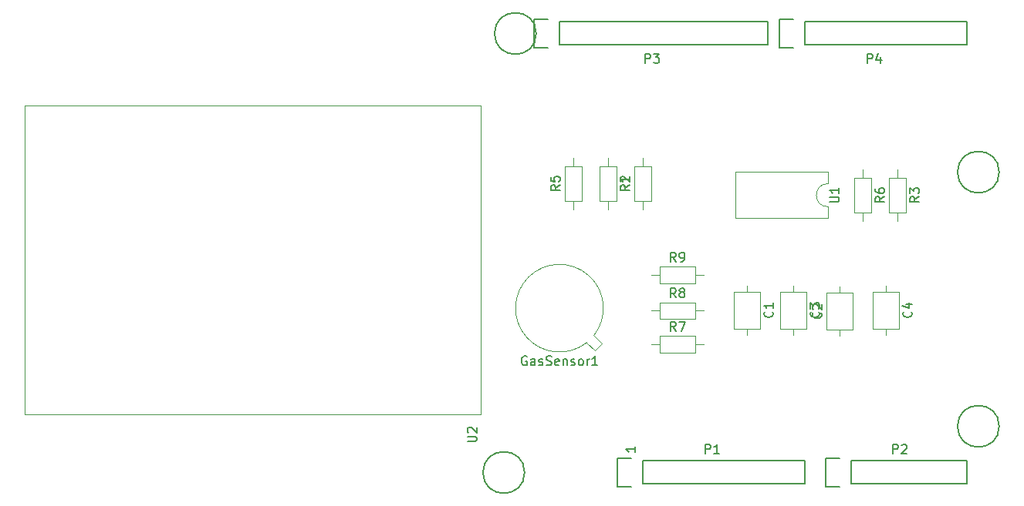
<source format=gbr>
%TF.GenerationSoftware,KiCad,Pcbnew,(5.0.2)-1*%
%TF.CreationDate,2021-01-25T23:17:42+01:00*%
%TF.ProjectId,GasSensor,47617353-656e-4736-9f72-2e6b69636164,rev?*%
%TF.SameCoordinates,Original*%
%TF.FileFunction,Legend,Top*%
%TF.FilePolarity,Positive*%
%FSLAX46Y46*%
G04 Gerber Fmt 4.6, Leading zero omitted, Abs format (unit mm)*
G04 Created by KiCad (PCBNEW (5.0.2)-1) date 25/01/2021 23:17:42*
%MOMM*%
%LPD*%
G01*
G04 APERTURE LIST*
%ADD10C,0.150000*%
%ADD11C,0.120000*%
G04 APERTURE END LIST*
D10*
X139390380Y-120999285D02*
X139390380Y-121570714D01*
X139390380Y-121285000D02*
X138390380Y-121285000D01*
X138533238Y-121380238D01*
X138628476Y-121475476D01*
X138676095Y-121570714D01*
D11*
%TO.C,R9*%
X142098000Y-101188000D02*
X142098000Y-103028000D01*
X142098000Y-103028000D02*
X145938000Y-103028000D01*
X145938000Y-103028000D02*
X145938000Y-101188000D01*
X145938000Y-101188000D02*
X142098000Y-101188000D01*
X141148000Y-102108000D02*
X142098000Y-102108000D01*
X146888000Y-102108000D02*
X145938000Y-102108000D01*
%TO.C,R8*%
X142098000Y-105125000D02*
X142098000Y-106965000D01*
X142098000Y-106965000D02*
X145938000Y-106965000D01*
X145938000Y-106965000D02*
X145938000Y-105125000D01*
X145938000Y-105125000D02*
X142098000Y-105125000D01*
X141148000Y-106045000D02*
X142098000Y-106045000D01*
X146888000Y-106045000D02*
X145938000Y-106045000D01*
%TO.C,R7*%
X142098000Y-108808000D02*
X142098000Y-110648000D01*
X142098000Y-110648000D02*
X145938000Y-110648000D01*
X145938000Y-110648000D02*
X145938000Y-108808000D01*
X145938000Y-108808000D02*
X142098000Y-108808000D01*
X141148000Y-109728000D02*
X142098000Y-109728000D01*
X146888000Y-109728000D02*
X145938000Y-109728000D01*
%TO.C,C1*%
X151638000Y-108695000D02*
X151638000Y-108005000D01*
X151638000Y-103275000D02*
X151638000Y-103965000D01*
X153058000Y-108005000D02*
X153058000Y-103965000D01*
X150218000Y-108005000D02*
X153058000Y-108005000D01*
X150218000Y-103965000D02*
X150218000Y-108005000D01*
X153058000Y-103965000D02*
X150218000Y-103965000D01*
%TO.C,C3*%
X158138000Y-103965000D02*
X155298000Y-103965000D01*
X155298000Y-103965000D02*
X155298000Y-108005000D01*
X155298000Y-108005000D02*
X158138000Y-108005000D01*
X158138000Y-108005000D02*
X158138000Y-103965000D01*
X156718000Y-103275000D02*
X156718000Y-103965000D01*
X156718000Y-108695000D02*
X156718000Y-108005000D01*
%TO.C,C4*%
X168298000Y-103965000D02*
X165458000Y-103965000D01*
X165458000Y-103965000D02*
X165458000Y-108005000D01*
X165458000Y-108005000D02*
X168298000Y-108005000D01*
X168298000Y-108005000D02*
X168298000Y-103965000D01*
X166878000Y-103275000D02*
X166878000Y-103965000D01*
X166878000Y-108695000D02*
X166878000Y-108005000D01*
%TO.C,C2*%
X160378000Y-108125000D02*
X163218000Y-108125000D01*
X163218000Y-108125000D02*
X163218000Y-104085000D01*
X163218000Y-104085000D02*
X160378000Y-104085000D01*
X160378000Y-104085000D02*
X160378000Y-108125000D01*
X161798000Y-108815000D02*
X161798000Y-108125000D01*
X161798000Y-103395000D02*
X161798000Y-104085000D01*
%TO.C,U2*%
X122428000Y-117475000D02*
X72428000Y-117475000D01*
X72428000Y-117475000D02*
X72428000Y-83475000D01*
X72428000Y-83475000D02*
X122428000Y-83475000D01*
X122428000Y-83475000D02*
X122428000Y-117475000D01*
%TO.C,U1*%
X160528000Y-90805000D02*
X160528000Y-92075000D01*
X160528000Y-90805000D02*
X151638000Y-90805000D01*
X151638000Y-90805000D02*
X150368000Y-90805000D01*
X150368000Y-90805000D02*
X150368000Y-95885000D01*
X150368000Y-95885000D02*
X160528000Y-95885000D01*
X160528000Y-95885000D02*
X160528000Y-94615000D01*
X160528000Y-94615000D02*
G75*
G02X160528000Y-92075000I0J1270000D01*
G01*
%TO.C,R6*%
X164338000Y-96215000D02*
X164338000Y-95265000D01*
X164338000Y-90475000D02*
X164338000Y-91425000D01*
X165258000Y-95265000D02*
X165258000Y-91425000D01*
X163418000Y-95265000D02*
X165258000Y-95265000D01*
X163418000Y-91425000D02*
X163418000Y-95265000D01*
X165258000Y-91425000D02*
X163418000Y-91425000D01*
%TO.C,R5*%
X132588000Y-89205000D02*
X132588000Y-90155000D01*
X132588000Y-94945000D02*
X132588000Y-93995000D01*
X131668000Y-90155000D02*
X131668000Y-93995000D01*
X133508000Y-90155000D02*
X131668000Y-90155000D01*
X133508000Y-93995000D02*
X133508000Y-90155000D01*
X131668000Y-93995000D02*
X133508000Y-93995000D01*
%TO.C,R3*%
X168148000Y-96215000D02*
X168148000Y-95265000D01*
X168148000Y-90475000D02*
X168148000Y-91425000D01*
X169068000Y-95265000D02*
X169068000Y-91425000D01*
X167228000Y-95265000D02*
X169068000Y-95265000D01*
X167228000Y-91425000D02*
X167228000Y-95265000D01*
X169068000Y-91425000D02*
X167228000Y-91425000D01*
%TO.C,R2*%
X140208000Y-89205000D02*
X140208000Y-90155000D01*
X140208000Y-94945000D02*
X140208000Y-93995000D01*
X139288000Y-90155000D02*
X139288000Y-93995000D01*
X141128000Y-90155000D02*
X139288000Y-90155000D01*
X141128000Y-93995000D02*
X141128000Y-90155000D01*
X139288000Y-93995000D02*
X141128000Y-93995000D01*
%TO.C,R1*%
X136398000Y-94945000D02*
X136398000Y-93995000D01*
X136398000Y-89205000D02*
X136398000Y-90155000D01*
X137318000Y-93995000D02*
X137318000Y-90155000D01*
X135478000Y-93995000D02*
X137318000Y-93995000D01*
X135478000Y-90155000D02*
X135478000Y-93995000D01*
X137318000Y-90155000D02*
X135478000Y-90155000D01*
%TO.C,GasSensor1*%
X135743856Y-109653039D02*
X134852902Y-108762084D01*
X134966039Y-110430856D02*
X135743856Y-109653039D01*
X134075084Y-109539902D02*
X134966039Y-110430856D01*
X134852674Y-108762371D02*
G75*
G03X134075084Y-109539902I-3774674J2997371D01*
G01*
D10*
%TO.C,P1*%
X140208000Y-125095000D02*
X157988000Y-125095000D01*
X157988000Y-125095000D02*
X157988000Y-122555000D01*
X157988000Y-122555000D02*
X140208000Y-122555000D01*
X137388000Y-125375000D02*
X138938000Y-125375000D01*
X140208000Y-125095000D02*
X140208000Y-122555000D01*
X138938000Y-122275000D02*
X137388000Y-122275000D01*
X137388000Y-122275000D02*
X137388000Y-125375000D01*
%TO.C,P2*%
X163068000Y-125095000D02*
X175768000Y-125095000D01*
X175768000Y-125095000D02*
X175768000Y-122555000D01*
X175768000Y-122555000D02*
X163068000Y-122555000D01*
X160248000Y-125375000D02*
X161798000Y-125375000D01*
X163068000Y-125095000D02*
X163068000Y-122555000D01*
X161798000Y-122275000D02*
X160248000Y-122275000D01*
X160248000Y-122275000D02*
X160248000Y-125375000D01*
%TO.C,P3*%
X131064000Y-76835000D02*
X153924000Y-76835000D01*
X153924000Y-76835000D02*
X153924000Y-74295000D01*
X153924000Y-74295000D02*
X131064000Y-74295000D01*
X128244000Y-77115000D02*
X129794000Y-77115000D01*
X131064000Y-76835000D02*
X131064000Y-74295000D01*
X129794000Y-74015000D02*
X128244000Y-74015000D01*
X128244000Y-74015000D02*
X128244000Y-77115000D01*
%TO.C,P4*%
X157988000Y-76835000D02*
X175768000Y-76835000D01*
X175768000Y-76835000D02*
X175768000Y-74295000D01*
X175768000Y-74295000D02*
X157988000Y-74295000D01*
X155168000Y-77115000D02*
X156718000Y-77115000D01*
X157988000Y-76835000D02*
X157988000Y-74295000D01*
X156718000Y-74015000D02*
X155168000Y-74015000D01*
X155168000Y-74015000D02*
X155168000Y-77115000D01*
%TO.C,P5*%
X127254000Y-123825000D02*
G75*
G03X127254000Y-123825000I-2286000J0D01*
G01*
%TO.C,P6*%
X179324000Y-118745000D02*
G75*
G03X179324000Y-118745000I-2286000J0D01*
G01*
%TO.C,P7*%
X128524000Y-75565000D02*
G75*
G03X128524000Y-75565000I-2286000J0D01*
G01*
%TO.C,P8*%
X179324000Y-90805000D02*
G75*
G03X179324000Y-90805000I-2286000J0D01*
G01*
%TO.C,R9*%
X143851333Y-100640380D02*
X143518000Y-100164190D01*
X143279904Y-100640380D02*
X143279904Y-99640380D01*
X143660857Y-99640380D01*
X143756095Y-99688000D01*
X143803714Y-99735619D01*
X143851333Y-99830857D01*
X143851333Y-99973714D01*
X143803714Y-100068952D01*
X143756095Y-100116571D01*
X143660857Y-100164190D01*
X143279904Y-100164190D01*
X144327523Y-100640380D02*
X144518000Y-100640380D01*
X144613238Y-100592761D01*
X144660857Y-100545142D01*
X144756095Y-100402285D01*
X144803714Y-100211809D01*
X144803714Y-99830857D01*
X144756095Y-99735619D01*
X144708476Y-99688000D01*
X144613238Y-99640380D01*
X144422761Y-99640380D01*
X144327523Y-99688000D01*
X144279904Y-99735619D01*
X144232285Y-99830857D01*
X144232285Y-100068952D01*
X144279904Y-100164190D01*
X144327523Y-100211809D01*
X144422761Y-100259428D01*
X144613238Y-100259428D01*
X144708476Y-100211809D01*
X144756095Y-100164190D01*
X144803714Y-100068952D01*
%TO.C,R8*%
X143851333Y-104577380D02*
X143518000Y-104101190D01*
X143279904Y-104577380D02*
X143279904Y-103577380D01*
X143660857Y-103577380D01*
X143756095Y-103625000D01*
X143803714Y-103672619D01*
X143851333Y-103767857D01*
X143851333Y-103910714D01*
X143803714Y-104005952D01*
X143756095Y-104053571D01*
X143660857Y-104101190D01*
X143279904Y-104101190D01*
X144422761Y-104005952D02*
X144327523Y-103958333D01*
X144279904Y-103910714D01*
X144232285Y-103815476D01*
X144232285Y-103767857D01*
X144279904Y-103672619D01*
X144327523Y-103625000D01*
X144422761Y-103577380D01*
X144613238Y-103577380D01*
X144708476Y-103625000D01*
X144756095Y-103672619D01*
X144803714Y-103767857D01*
X144803714Y-103815476D01*
X144756095Y-103910714D01*
X144708476Y-103958333D01*
X144613238Y-104005952D01*
X144422761Y-104005952D01*
X144327523Y-104053571D01*
X144279904Y-104101190D01*
X144232285Y-104196428D01*
X144232285Y-104386904D01*
X144279904Y-104482142D01*
X144327523Y-104529761D01*
X144422761Y-104577380D01*
X144613238Y-104577380D01*
X144708476Y-104529761D01*
X144756095Y-104482142D01*
X144803714Y-104386904D01*
X144803714Y-104196428D01*
X144756095Y-104101190D01*
X144708476Y-104053571D01*
X144613238Y-104005952D01*
%TO.C,R7*%
X143851333Y-108260380D02*
X143518000Y-107784190D01*
X143279904Y-108260380D02*
X143279904Y-107260380D01*
X143660857Y-107260380D01*
X143756095Y-107308000D01*
X143803714Y-107355619D01*
X143851333Y-107450857D01*
X143851333Y-107593714D01*
X143803714Y-107688952D01*
X143756095Y-107736571D01*
X143660857Y-107784190D01*
X143279904Y-107784190D01*
X144184666Y-107260380D02*
X144851333Y-107260380D01*
X144422761Y-108260380D01*
%TO.C,C1*%
X154415142Y-106151666D02*
X154462761Y-106199285D01*
X154510380Y-106342142D01*
X154510380Y-106437380D01*
X154462761Y-106580238D01*
X154367523Y-106675476D01*
X154272285Y-106723095D01*
X154081809Y-106770714D01*
X153938952Y-106770714D01*
X153748476Y-106723095D01*
X153653238Y-106675476D01*
X153558000Y-106580238D01*
X153510380Y-106437380D01*
X153510380Y-106342142D01*
X153558000Y-106199285D01*
X153605619Y-106151666D01*
X154510380Y-105199285D02*
X154510380Y-105770714D01*
X154510380Y-105485000D02*
X153510380Y-105485000D01*
X153653238Y-105580238D01*
X153748476Y-105675476D01*
X153796095Y-105770714D01*
%TO.C,C3*%
X159495142Y-106151666D02*
X159542761Y-106199285D01*
X159590380Y-106342142D01*
X159590380Y-106437380D01*
X159542761Y-106580238D01*
X159447523Y-106675476D01*
X159352285Y-106723095D01*
X159161809Y-106770714D01*
X159018952Y-106770714D01*
X158828476Y-106723095D01*
X158733238Y-106675476D01*
X158638000Y-106580238D01*
X158590380Y-106437380D01*
X158590380Y-106342142D01*
X158638000Y-106199285D01*
X158685619Y-106151666D01*
X158590380Y-105818333D02*
X158590380Y-105199285D01*
X158971333Y-105532619D01*
X158971333Y-105389761D01*
X159018952Y-105294523D01*
X159066571Y-105246904D01*
X159161809Y-105199285D01*
X159399904Y-105199285D01*
X159495142Y-105246904D01*
X159542761Y-105294523D01*
X159590380Y-105389761D01*
X159590380Y-105675476D01*
X159542761Y-105770714D01*
X159495142Y-105818333D01*
%TO.C,C4*%
X169655142Y-106151666D02*
X169702761Y-106199285D01*
X169750380Y-106342142D01*
X169750380Y-106437380D01*
X169702761Y-106580238D01*
X169607523Y-106675476D01*
X169512285Y-106723095D01*
X169321809Y-106770714D01*
X169178952Y-106770714D01*
X168988476Y-106723095D01*
X168893238Y-106675476D01*
X168798000Y-106580238D01*
X168750380Y-106437380D01*
X168750380Y-106342142D01*
X168798000Y-106199285D01*
X168845619Y-106151666D01*
X169083714Y-105294523D02*
X169750380Y-105294523D01*
X168702761Y-105532619D02*
X169417047Y-105770714D01*
X169417047Y-105151666D01*
%TO.C,C2*%
X159735142Y-106271666D02*
X159782761Y-106319285D01*
X159830380Y-106462142D01*
X159830380Y-106557380D01*
X159782761Y-106700238D01*
X159687523Y-106795476D01*
X159592285Y-106843095D01*
X159401809Y-106890714D01*
X159258952Y-106890714D01*
X159068476Y-106843095D01*
X158973238Y-106795476D01*
X158878000Y-106700238D01*
X158830380Y-106557380D01*
X158830380Y-106462142D01*
X158878000Y-106319285D01*
X158925619Y-106271666D01*
X158925619Y-105890714D02*
X158878000Y-105843095D01*
X158830380Y-105747857D01*
X158830380Y-105509761D01*
X158878000Y-105414523D01*
X158925619Y-105366904D01*
X159020857Y-105319285D01*
X159116095Y-105319285D01*
X159258952Y-105366904D01*
X159830380Y-105938333D01*
X159830380Y-105319285D01*
%TO.C,U2*%
X120980380Y-120436904D02*
X121789904Y-120436904D01*
X121885142Y-120389285D01*
X121932761Y-120341666D01*
X121980380Y-120246428D01*
X121980380Y-120055952D01*
X121932761Y-119960714D01*
X121885142Y-119913095D01*
X121789904Y-119865476D01*
X120980380Y-119865476D01*
X121075619Y-119436904D02*
X121028000Y-119389285D01*
X120980380Y-119294047D01*
X120980380Y-119055952D01*
X121028000Y-118960714D01*
X121075619Y-118913095D01*
X121170857Y-118865476D01*
X121266095Y-118865476D01*
X121408952Y-118913095D01*
X121980380Y-119484523D01*
X121980380Y-118865476D01*
%TO.C,U1*%
X160750380Y-94106904D02*
X161559904Y-94106904D01*
X161655142Y-94059285D01*
X161702761Y-94011666D01*
X161750380Y-93916428D01*
X161750380Y-93725952D01*
X161702761Y-93630714D01*
X161655142Y-93583095D01*
X161559904Y-93535476D01*
X160750380Y-93535476D01*
X161750380Y-92535476D02*
X161750380Y-93106904D01*
X161750380Y-92821190D02*
X160750380Y-92821190D01*
X160893238Y-92916428D01*
X160988476Y-93011666D01*
X161036095Y-93106904D01*
%TO.C,R6*%
X166710380Y-93511666D02*
X166234190Y-93845000D01*
X166710380Y-94083095D02*
X165710380Y-94083095D01*
X165710380Y-93702142D01*
X165758000Y-93606904D01*
X165805619Y-93559285D01*
X165900857Y-93511666D01*
X166043714Y-93511666D01*
X166138952Y-93559285D01*
X166186571Y-93606904D01*
X166234190Y-93702142D01*
X166234190Y-94083095D01*
X165710380Y-92654523D02*
X165710380Y-92845000D01*
X165758000Y-92940238D01*
X165805619Y-92987857D01*
X165948476Y-93083095D01*
X166138952Y-93130714D01*
X166519904Y-93130714D01*
X166615142Y-93083095D01*
X166662761Y-93035476D01*
X166710380Y-92940238D01*
X166710380Y-92749761D01*
X166662761Y-92654523D01*
X166615142Y-92606904D01*
X166519904Y-92559285D01*
X166281809Y-92559285D01*
X166186571Y-92606904D01*
X166138952Y-92654523D01*
X166091333Y-92749761D01*
X166091333Y-92940238D01*
X166138952Y-93035476D01*
X166186571Y-93083095D01*
X166281809Y-93130714D01*
%TO.C,R5*%
X131120380Y-92241666D02*
X130644190Y-92575000D01*
X131120380Y-92813095D02*
X130120380Y-92813095D01*
X130120380Y-92432142D01*
X130168000Y-92336904D01*
X130215619Y-92289285D01*
X130310857Y-92241666D01*
X130453714Y-92241666D01*
X130548952Y-92289285D01*
X130596571Y-92336904D01*
X130644190Y-92432142D01*
X130644190Y-92813095D01*
X130120380Y-91336904D02*
X130120380Y-91813095D01*
X130596571Y-91860714D01*
X130548952Y-91813095D01*
X130501333Y-91717857D01*
X130501333Y-91479761D01*
X130548952Y-91384523D01*
X130596571Y-91336904D01*
X130691809Y-91289285D01*
X130929904Y-91289285D01*
X131025142Y-91336904D01*
X131072761Y-91384523D01*
X131120380Y-91479761D01*
X131120380Y-91717857D01*
X131072761Y-91813095D01*
X131025142Y-91860714D01*
%TO.C,R3*%
X170520380Y-93511666D02*
X170044190Y-93845000D01*
X170520380Y-94083095D02*
X169520380Y-94083095D01*
X169520380Y-93702142D01*
X169568000Y-93606904D01*
X169615619Y-93559285D01*
X169710857Y-93511666D01*
X169853714Y-93511666D01*
X169948952Y-93559285D01*
X169996571Y-93606904D01*
X170044190Y-93702142D01*
X170044190Y-94083095D01*
X169520380Y-93178333D02*
X169520380Y-92559285D01*
X169901333Y-92892619D01*
X169901333Y-92749761D01*
X169948952Y-92654523D01*
X169996571Y-92606904D01*
X170091809Y-92559285D01*
X170329904Y-92559285D01*
X170425142Y-92606904D01*
X170472761Y-92654523D01*
X170520380Y-92749761D01*
X170520380Y-93035476D01*
X170472761Y-93130714D01*
X170425142Y-93178333D01*
%TO.C,R2*%
X138740380Y-92241666D02*
X138264190Y-92575000D01*
X138740380Y-92813095D02*
X137740380Y-92813095D01*
X137740380Y-92432142D01*
X137788000Y-92336904D01*
X137835619Y-92289285D01*
X137930857Y-92241666D01*
X138073714Y-92241666D01*
X138168952Y-92289285D01*
X138216571Y-92336904D01*
X138264190Y-92432142D01*
X138264190Y-92813095D01*
X137835619Y-91860714D02*
X137788000Y-91813095D01*
X137740380Y-91717857D01*
X137740380Y-91479761D01*
X137788000Y-91384523D01*
X137835619Y-91336904D01*
X137930857Y-91289285D01*
X138026095Y-91289285D01*
X138168952Y-91336904D01*
X138740380Y-91908333D01*
X138740380Y-91289285D01*
%TO.C,R1*%
X138770380Y-92241666D02*
X138294190Y-92575000D01*
X138770380Y-92813095D02*
X137770380Y-92813095D01*
X137770380Y-92432142D01*
X137818000Y-92336904D01*
X137865619Y-92289285D01*
X137960857Y-92241666D01*
X138103714Y-92241666D01*
X138198952Y-92289285D01*
X138246571Y-92336904D01*
X138294190Y-92432142D01*
X138294190Y-92813095D01*
X138770380Y-91289285D02*
X138770380Y-91860714D01*
X138770380Y-91575000D02*
X137770380Y-91575000D01*
X137913238Y-91670238D01*
X138008476Y-91765476D01*
X138056095Y-91860714D01*
%TO.C,GasSensor1*%
X127482761Y-111085000D02*
X127387523Y-111037380D01*
X127244666Y-111037380D01*
X127101809Y-111085000D01*
X127006571Y-111180238D01*
X126958952Y-111275476D01*
X126911333Y-111465952D01*
X126911333Y-111608809D01*
X126958952Y-111799285D01*
X127006571Y-111894523D01*
X127101809Y-111989761D01*
X127244666Y-112037380D01*
X127339904Y-112037380D01*
X127482761Y-111989761D01*
X127530380Y-111942142D01*
X127530380Y-111608809D01*
X127339904Y-111608809D01*
X128387523Y-112037380D02*
X128387523Y-111513571D01*
X128339904Y-111418333D01*
X128244666Y-111370714D01*
X128054190Y-111370714D01*
X127958952Y-111418333D01*
X128387523Y-111989761D02*
X128292285Y-112037380D01*
X128054190Y-112037380D01*
X127958952Y-111989761D01*
X127911333Y-111894523D01*
X127911333Y-111799285D01*
X127958952Y-111704047D01*
X128054190Y-111656428D01*
X128292285Y-111656428D01*
X128387523Y-111608809D01*
X128816095Y-111989761D02*
X128911333Y-112037380D01*
X129101809Y-112037380D01*
X129197047Y-111989761D01*
X129244666Y-111894523D01*
X129244666Y-111846904D01*
X129197047Y-111751666D01*
X129101809Y-111704047D01*
X128958952Y-111704047D01*
X128863714Y-111656428D01*
X128816095Y-111561190D01*
X128816095Y-111513571D01*
X128863714Y-111418333D01*
X128958952Y-111370714D01*
X129101809Y-111370714D01*
X129197047Y-111418333D01*
X129625619Y-111989761D02*
X129768476Y-112037380D01*
X130006571Y-112037380D01*
X130101809Y-111989761D01*
X130149428Y-111942142D01*
X130197047Y-111846904D01*
X130197047Y-111751666D01*
X130149428Y-111656428D01*
X130101809Y-111608809D01*
X130006571Y-111561190D01*
X129816095Y-111513571D01*
X129720857Y-111465952D01*
X129673238Y-111418333D01*
X129625619Y-111323095D01*
X129625619Y-111227857D01*
X129673238Y-111132619D01*
X129720857Y-111085000D01*
X129816095Y-111037380D01*
X130054190Y-111037380D01*
X130197047Y-111085000D01*
X131006571Y-111989761D02*
X130911333Y-112037380D01*
X130720857Y-112037380D01*
X130625619Y-111989761D01*
X130578000Y-111894523D01*
X130578000Y-111513571D01*
X130625619Y-111418333D01*
X130720857Y-111370714D01*
X130911333Y-111370714D01*
X131006571Y-111418333D01*
X131054190Y-111513571D01*
X131054190Y-111608809D01*
X130578000Y-111704047D01*
X131482761Y-111370714D02*
X131482761Y-112037380D01*
X131482761Y-111465952D02*
X131530380Y-111418333D01*
X131625619Y-111370714D01*
X131768476Y-111370714D01*
X131863714Y-111418333D01*
X131911333Y-111513571D01*
X131911333Y-112037380D01*
X132339904Y-111989761D02*
X132435142Y-112037380D01*
X132625619Y-112037380D01*
X132720857Y-111989761D01*
X132768476Y-111894523D01*
X132768476Y-111846904D01*
X132720857Y-111751666D01*
X132625619Y-111704047D01*
X132482761Y-111704047D01*
X132387523Y-111656428D01*
X132339904Y-111561190D01*
X132339904Y-111513571D01*
X132387523Y-111418333D01*
X132482761Y-111370714D01*
X132625619Y-111370714D01*
X132720857Y-111418333D01*
X133339904Y-112037380D02*
X133244666Y-111989761D01*
X133197047Y-111942142D01*
X133149428Y-111846904D01*
X133149428Y-111561190D01*
X133197047Y-111465952D01*
X133244666Y-111418333D01*
X133339904Y-111370714D01*
X133482761Y-111370714D01*
X133578000Y-111418333D01*
X133625619Y-111465952D01*
X133673238Y-111561190D01*
X133673238Y-111846904D01*
X133625619Y-111942142D01*
X133578000Y-111989761D01*
X133482761Y-112037380D01*
X133339904Y-112037380D01*
X134101809Y-112037380D02*
X134101809Y-111370714D01*
X134101809Y-111561190D02*
X134149428Y-111465952D01*
X134197047Y-111418333D01*
X134292285Y-111370714D01*
X134387523Y-111370714D01*
X135244666Y-112037380D02*
X134673238Y-112037380D01*
X134958952Y-112037380D02*
X134958952Y-111037380D01*
X134863714Y-111180238D01*
X134768476Y-111275476D01*
X134673238Y-111323095D01*
%TO.C,P1*%
X147089904Y-121737380D02*
X147089904Y-120737380D01*
X147470857Y-120737380D01*
X147566095Y-120785000D01*
X147613714Y-120832619D01*
X147661333Y-120927857D01*
X147661333Y-121070714D01*
X147613714Y-121165952D01*
X147566095Y-121213571D01*
X147470857Y-121261190D01*
X147089904Y-121261190D01*
X148613714Y-121737380D02*
X148042285Y-121737380D01*
X148328000Y-121737380D02*
X148328000Y-120737380D01*
X148232761Y-120880238D01*
X148137523Y-120975476D01*
X148042285Y-121023095D01*
%TO.C,P2*%
X167663904Y-121737380D02*
X167663904Y-120737380D01*
X168044857Y-120737380D01*
X168140095Y-120785000D01*
X168187714Y-120832619D01*
X168235333Y-120927857D01*
X168235333Y-121070714D01*
X168187714Y-121165952D01*
X168140095Y-121213571D01*
X168044857Y-121261190D01*
X167663904Y-121261190D01*
X168616285Y-120832619D02*
X168663904Y-120785000D01*
X168759142Y-120737380D01*
X168997238Y-120737380D01*
X169092476Y-120785000D01*
X169140095Y-120832619D01*
X169187714Y-120927857D01*
X169187714Y-121023095D01*
X169140095Y-121165952D01*
X168568666Y-121737380D01*
X169187714Y-121737380D01*
%TO.C,P3*%
X140485904Y-78811380D02*
X140485904Y-77811380D01*
X140866857Y-77811380D01*
X140962095Y-77859000D01*
X141009714Y-77906619D01*
X141057333Y-78001857D01*
X141057333Y-78144714D01*
X141009714Y-78239952D01*
X140962095Y-78287571D01*
X140866857Y-78335190D01*
X140485904Y-78335190D01*
X141390666Y-77811380D02*
X142009714Y-77811380D01*
X141676380Y-78192333D01*
X141819238Y-78192333D01*
X141914476Y-78239952D01*
X141962095Y-78287571D01*
X142009714Y-78382809D01*
X142009714Y-78620904D01*
X141962095Y-78716142D01*
X141914476Y-78763761D01*
X141819238Y-78811380D01*
X141533523Y-78811380D01*
X141438285Y-78763761D01*
X141390666Y-78716142D01*
%TO.C,P4*%
X164869904Y-78811380D02*
X164869904Y-77811380D01*
X165250857Y-77811380D01*
X165346095Y-77859000D01*
X165393714Y-77906619D01*
X165441333Y-78001857D01*
X165441333Y-78144714D01*
X165393714Y-78239952D01*
X165346095Y-78287571D01*
X165250857Y-78335190D01*
X164869904Y-78335190D01*
X166298476Y-78144714D02*
X166298476Y-78811380D01*
X166060380Y-77763761D02*
X165822285Y-78478047D01*
X166441333Y-78478047D01*
%TD*%
M02*

</source>
